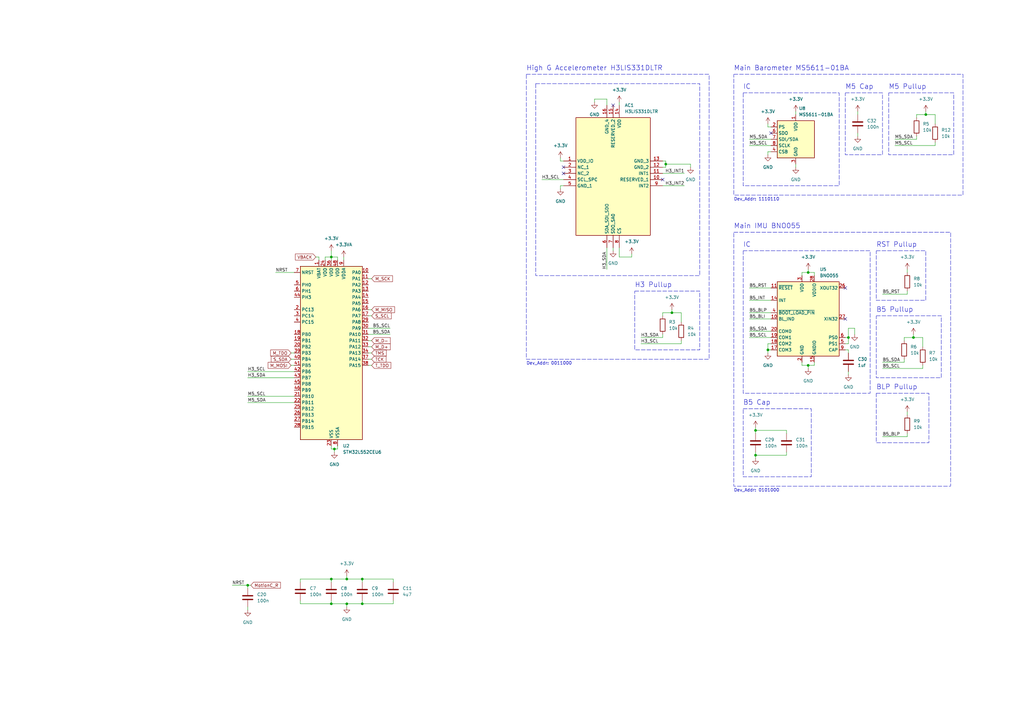
<source format=kicad_sch>
(kicad_sch (version 20230121) (generator eeschema)
  (paper "A3")
  (lib_symbols
    (symbol "Device:C" (pin_numbers hide) (pin_names (offset 0.254))
      (property "Reference" "C" (at 0.635 2.54 0))
      (property "Value" "C" (at 0.635 -2.54 0))
      (symbol "C_0_1"
        (polyline (pts (xy -2.032 -0.762) (xy 2.032 -0.762)) (stroke (width 0.508)))
        (polyline (pts (xy -2.032 0.762) (xy 2.032 0.762)) (stroke (width 0.508)))
      )
      (symbol "C_1_1"
        (pin passive line (at 0 3.81 270) (length 2.794) (name "~") (number "1"))
        (pin passive line (at 0 -3.81 90) (length 2.794) (name "~") (number "2"))
      )
    )
    (symbol "Device:R" (pin_numbers hide) (pin_names (offset 0))
      (property "Reference" "R" (at 2.032 0 90))
      (property "Value" "R" (at 0 0 90))
      (symbol "R_0_1"
        (rectangle (start -1.016 -2.54) (end 1.016 2.54) (stroke (width 0.254)))
      )
      (symbol "R_1_1"
        (pin passive line (at 0 3.81 270) (length 1.27) (name "~") (number "1"))
        (pin passive line (at 0 -3.81 90) (length 1.27) (name "~") (number "2"))
      )
    )
    (symbol "H3LIS331DLTR:H3LIS331DLTR"
      (property "Reference" "AC" (at 36.83 22.86 0))
      (property "Value" "H3LIS331DLTR" (at 36.83 20.32 0))
      (symbol "H3LIS331DLTR_1_1"
        (rectangle (start 5.08 17.78) (end 35.56 -30.48) (stroke (width 0.254)) (fill (type background)))
        (pin power_in line (at 0 0 0) (length 5.08) (name "VDD_IO") (number "1"))
        (pin passive line (at 40.64 -7.62 180) (length 5.08) (name "RESERVED_1") (number "10"))
        (pin input line (at 40.64 -5.08 180) (length 5.08) (name "INT1") (number "11"))
        (pin power_in line (at 40.64 -2.54 180) (length 5.08) (name "GND_2") (number "12"))
        (pin power_in line (at 40.64 0 180) (length 5.08) (name "GND_3") (number "13"))
        (pin power_in line (at 22.86 22.86 270) (length 5.08) (name "VDD") (number "14"))
        (pin passive line (at 20.32 22.86 270) (length 5.08) (name "RESERVED_2") (number "15"))
        (pin power_in line (at 17.78 22.86 270) (length 5.08) (name "GND_4") (number "16"))
        (pin passive line (at 0 -2.54 0) (length 5.08) (name "NC_1") (number "2"))
        (pin passive line (at 0 -5.08 0) (length 5.08) (name "NC_2") (number "3"))
        (pin passive line (at 0 -7.62 0) (length 5.08) (name "SCL_SPC") (number "4"))
        (pin power_in line (at 0 -10.16 0) (length 5.08) (name "GND_1") (number "5"))
        (pin passive line (at 17.78 -35.56 90) (length 5.08) (name "SDA_SDI_SDO") (number "6"))
        (pin passive line (at 20.32 -35.56 90) (length 5.08) (name "SDO_SA0") (number "7"))
        (pin input line (at 22.86 -35.56 90) (length 5.08) (name "CS") (number "8"))
        (pin input line (at 40.64 -10.16 180) (length 5.08) (name "INT2") (number "9"))
      )
    )
    (symbol "MCU_ST_STM32L5:STM32L552CEUx"
      (property "Reference" "U" (at -12.7 36.83 0))
      (property "Value" "STM32L552CEUx" (at 7.62 36.83 0))
      (symbol "STM32L552CEUx_0_1"
        (rectangle (start -12.7 -35.56) (end 12.7 35.56) (stroke (width 0.254)) (fill (type background)))
      )
      (symbol "STM32L552CEUx_1_1"
        (pin power_in line (at -5.08 38.1 270) (length 2.54) (name "VBAT") (number "1"))
        (pin bidirectional line (at 15.24 33.02 180) (length 2.54) (name "PA0") (number "10"))
        (pin bidirectional line (at 15.24 30.48 180) (length 2.54) (name "PA1") (number "11"))
        (pin bidirectional line (at 15.24 27.94 180) (length 2.54) (name "PA2") (number "12"))
        (pin bidirectional line (at 15.24 25.4 180) (length 2.54) (name "PA3") (number "13"))
        (pin bidirectional line (at 15.24 22.86 180) (length 2.54) (name "PA4") (number "14"))
        (pin bidirectional line (at 15.24 20.32 180) (length 2.54) (name "PA5") (number "15"))
        (pin bidirectional line (at 15.24 17.78 180) (length 2.54) (name "PA6") (number "16"))
        (pin bidirectional line (at 15.24 15.24 180) (length 2.54) (name "PA7") (number "17"))
        (pin bidirectional line (at -15.24 7.62 0) (length 2.54) (name "PB0") (number "18"))
        (pin bidirectional line (at -15.24 5.08 0) (length 2.54) (name "PB1") (number "19"))
        (pin bidirectional line (at -15.24 17.78 0) (length 2.54) (name "PC13") (number "2"))
        (pin bidirectional line (at -15.24 2.54 0) (length 2.54) (name "PB2") (number "20"))
        (pin bidirectional line (at -15.24 -17.78 0) (length 2.54) (name "PB10") (number "21"))
        (pin bidirectional line (at -15.24 -20.32 0) (length 2.54) (name "PB11") (number "22"))
        (pin power_in line (at 0 -38.1 90) (length 2.54) (name "VSS") (number "23"))
        (pin power_in line (at -2.54 38.1 270) (length 2.54) (name "VDD") (number "24"))
        (pin bidirectional line (at -15.24 -22.86 0) (length 2.54) (name "PB12") (number "25"))
        (pin bidirectional line (at -15.24 -25.4 0) (length 2.54) (name "PB13") (number "26"))
        (pin bidirectional line (at -15.24 -27.94 0) (length 2.54) (name "PB14") (number "27"))
        (pin bidirectional line (at -15.24 -30.48 0) (length 2.54) (name "PB15") (number "28"))
        (pin bidirectional line (at 15.24 12.7 180) (length 2.54) (name "PA8") (number "29"))
        (pin bidirectional line (at -15.24 15.24 0) (length 2.54) (name "PC14") (number "3"))
        (pin bidirectional line (at 15.24 10.16 180) (length 2.54) (name "PA9") (number "30"))
        (pin bidirectional line (at 15.24 7.62 180) (length 2.54) (name "PA10") (number "31"))
        (pin bidirectional line (at 15.24 5.08 180) (length 2.54) (name "PA11") (number "32"))
        (pin bidirectional line (at 15.24 2.54 180) (length 2.54) (name "PA12") (number "33"))
        (pin bidirectional line (at 15.24 0 180) (length 2.54) (name "PA13") (number "34"))
        (pin passive line (at 0 -38.1 90) (length 2.54) hide (name "VSS") (number "35"))
        (pin power_in line (at 0 38.1 270) (length 2.54) (name "VDD") (number "36"))
        (pin bidirectional line (at 15.24 -2.54 180) (length 2.54) (name "PA14") (number "37"))
        (pin bidirectional line (at 15.24 -5.08 180) (length 2.54) (name "PA15") (number "38"))
        (pin bidirectional line (at -15.24 0 0) (length 2.54) (name "PB3") (number "39"))
        (pin bidirectional line (at -15.24 12.7 0) (length 2.54) (name "PC15") (number "4"))
        (pin bidirectional line (at -15.24 -2.54 0) (length 2.54) (name "PB4") (number "40"))
        (pin bidirectional line (at -15.24 -5.08 0) (length 2.54) (name "PB5") (number "41"))
        (pin bidirectional line (at -15.24 -7.62 0) (length 2.54) (name "PB6") (number "42"))
        (pin bidirectional line (at -15.24 -10.16 0) (length 2.54) (name "PB7") (number "43"))
        (pin bidirectional line (at -15.24 22.86 0) (length 2.54) (name "PH3") (number "44"))
        (pin bidirectional line (at -15.24 -12.7 0) (length 2.54) (name "PB8") (number "45"))
        (pin bidirectional line (at -15.24 -15.24 0) (length 2.54) (name "PB9") (number "46"))
        (pin passive line (at 0 -38.1 90) (length 2.54) hide (name "VSS") (number "47"))
        (pin power_in line (at 2.54 38.1 270) (length 2.54) (name "VDD") (number "48"))
        (pin passive line (at 0 -38.1 90) (length 2.54) hide (name "VSS") (number "49"))
        (pin bidirectional line (at -15.24 27.94 0) (length 2.54) (name "PH0") (number "5"))
        (pin bidirectional line (at -15.24 25.4 0) (length 2.54) (name "PH1") (number "6"))
        (pin input line (at -15.24 33.02 0) (length 2.54) (name "NRST") (number "7"))
        (pin power_in line (at 2.54 -38.1 90) (length 2.54) (name "VSSA") (number "8"))
        (pin power_in line (at 5.08 38.1 270) (length 2.54) (name "VDDA") (number "9"))
      )
    )
    (symbol "Sensor_Motion:BNO055"
      (property "Reference" "U" (at -11.43 16.51 0))
      (property "Value" "BNO055" (at 12.7 16.51 0))
      (symbol "BNO055_0_1"
        (rectangle (start -12.7 15.24) (end 12.7 -15.24) (stroke (width 0.254)) (fill (type background)))
      )
      (symbol "BNO055_1_1"
        (pin no_connect line (at -12.7 10.16 0) (length 2.54) hide (name "PIN1") (number "1"))
        (pin output line (at -15.24 0 0) (length 2.54) (name "BL_IND") (number "10"))
        (pin input line (at -15.24 12.7 0) (length 2.54) (name "~{RESET}") (number "11"))
        (pin no_connect line (at 12.7 10.16 180) (length 2.54) hide (name "PIN12") (number "12"))
        (pin no_connect line (at 12.7 7.62 180) (length 2.54) hide (name "PIN13") (number "13"))
        (pin output line (at -15.24 7.62 0) (length 2.54) (name "INT") (number "14"))
        (pin power_in line (at 2.54 -17.78 90) (length 2.54) (name "GNDIO") (number "15"))
        (pin passive line (at 2.54 -17.78 90) (length 2.54) hide (name "GNDIO") (number "16"))
        (pin input line (at -15.24 -12.7 0) (length 2.54) (name "COM3") (number "17"))
        (pin passive line (at -15.24 -10.16 0) (length 2.54) (name "COM2") (number "18"))
        (pin bidirectional line (at -15.24 -7.62 0) (length 2.54) (name "COM1") (number "19"))
        (pin power_in line (at -2.54 -17.78 90) (length 2.54) (name "GND") (number "2"))
        (pin bidirectional line (at -15.24 -5.08 0) (length 2.54) (name "COM0") (number "20"))
        (pin no_connect line (at 12.7 5.08 180) (length 2.54) hide (name "PIN21") (number "21"))
        (pin no_connect line (at 12.7 2.54 180) (length 2.54) hide (name "PIN22") (number "22"))
        (pin no_connect line (at 12.7 -2.54 180) (length 2.54) hide (name "PIN23") (number "23"))
        (pin no_connect line (at 12.7 -5.08 180) (length 2.54) hide (name "PIN24") (number "24"))
        (pin passive line (at 2.54 -17.78 90) (length 2.54) hide (name "GNDIO") (number "25"))
        (pin output line (at 15.24 12.7 180) (length 2.54) (name "XOUT32") (number "26"))
        (pin input line (at 15.24 0 180) (length 2.54) (name "XIN32") (number "27"))
        (pin power_in line (at 2.54 17.78 270) (length 2.54) (name "VDDIO") (number "28"))
        (pin power_in line (at -2.54 17.78 270) (length 2.54) (name "VDD") (number "3"))
        (pin input line (at -15.24 2.54 0) (length 2.54) (name "~{BOOT_LOAD_PIN}") (number "4"))
        (pin input line (at 15.24 -10.16 180) (length 2.54) (name "PS1") (number "5"))
        (pin input line (at 15.24 -7.62 180) (length 2.54) (name "PS0") (number "6"))
        (pin no_connect line (at -12.7 5.08 0) (length 2.54) hide (name "PIN7") (number "7"))
        (pin no_connect line (at -12.7 -2.54 0) (length 2.54) hide (name "PIN8") (number "8"))
        (pin passive line (at 15.24 -12.7 180) (length 2.54) (name "CAP") (number "9"))
      )
    )
    (symbol "Sensor_Pressure:MS5611-01BA"
      (property "Reference" "U" (at -6.35 8.89 0))
      (property "Value" "MS5611-01BA" (at 7.62 8.89 0))
      (symbol "MS5611-01BA_0_1"
        (rectangle (start -7.62 7.62) (end 7.62 -7.62) (stroke (width 0.254)) (fill (type background)))
      )
      (symbol "MS5611-01BA_1_1"
        (pin power_in line (at 0 10.16 270) (length 2.54) (name "VDD") (number "1"))
        (pin input line (at -10.16 5.08 0) (length 2.54) (name "PS") (number "2"))
        (pin power_in line (at 0 -10.16 90) (length 2.54) (name "GND") (number "3"))
        (pin input line (at -10.16 -5.08 0) (length 2.54) (name "CSB") (number "4"))
        (pin input line (at -10.16 -5.08 0) (length 2.54) hide (name "CSB") (number "5"))
        (pin output line (at -10.16 2.54 0) (length 2.54) (name "SDO") (number "6"))
        (pin bidirectional line (at -10.16 0 0) (length 2.54) (name "SDI/SDA") (number "7"))
        (pin input line (at -10.16 -2.54 0) (length 2.54) (name "SCLK") (number "8"))
      )
    )
    (symbol "power:+3.3V" (power) (pin_names (offset 0))
      (property "Value" "+3.3V" (at 0 3.556 0))
      (symbol "+3.3V_0_1"
        (polyline (pts (xy -0.762 1.27) (xy 0 2.54)))
        (polyline (pts (xy 0 0) (xy 0 2.54)))
        (polyline (pts (xy 0 2.54) (xy 0.762 1.27)))
      )
      (symbol "+3.3V_1_1"
        (pin power_in line (at 0 0 90) (length 0) hide (name "+3.3V") (number "1"))
      )
    )
    (symbol "power:+3.3VA" (power) (pin_names (offset 0))
      (property "Value" "+3.3VA" (at 0 3.556 0))
      (symbol "+3.3VA_0_1"
        (polyline (pts (xy -0.762 1.27) (xy 0 2.54)))
        (polyline (pts (xy 0 0) (xy 0 2.54)))
        (polyline (pts (xy 0 2.54) (xy 0.762 1.27)))
      )
      (symbol "+3.3VA_1_1"
        (pin power_in line (at 0 0 90) (length 0) hide (name "+3.3VA") (number "1"))
      )
    )
    (symbol "power:GND" (power) (pin_names (offset 0))
      (property "Value" "GND" (at 0 -3.81 0))
      (symbol "GND_0_1"
        (polyline (pts (xy 0 0) (xy 0 -1.27) (xy 1.27 -1.27) (xy 0 -2.54) (xy -1.27 -1.27) (xy 0 -1.27)))
      )
      (symbol "GND_1_1"
        (pin power_in line (at 0 0 270) (length 0) hide (name "GND") (number "1"))
      )
    )
  )
  (junction (at 331.47 149.86))
  (junction (at 142.24 237.49))
  (junction (at 314.96 143.51))
  (junction (at 374.65 138.43))
  (junction (at 379.73 46.99))
  (junction (at 347.98 138.43))
  (junction (at 309.88 186.69))
  (junction (at 148.59 237.49))
  (junction (at 135.89 105.41))
  (junction (at 273.05 67.31))
  (junction (at 137.16 184.15))
  (junction (at 101.6 240.03))
  (junction (at 142.24 247.65))
  (junction (at 309.88 176.53))
  (junction (at 135.89 247.65))
  (junction (at 331.47 111.76))
  (junction (at 135.89 237.49))
  (junction (at 275.59 128.27))
  (junction (at 148.59 247.65))
  (no_connect (at 251.46 43.18))
  (no_connect (at 231.14 71.12))
  (no_connect (at 271.78 73.66))
  (no_connect (at 316.23 54.61))
  (no_connect (at 346.71 118.11))
  (no_connect (at 231.14 68.58))
  (no_connect (at 346.71 130.81))
  (wire (pts (xy 309.88 176.53) (xy 309.88 177.8)))
  (wire (pts (xy 275.59 128.27) (xy 271.78 128.27)))
  (wire (pts (xy 101.6 240.03) (xy 102.87 240.03)))
  (wire (pts (xy 374.65 137.16) (xy 374.65 138.43)))
  (wire (pts (xy 372.11 110.49) (xy 372.11 111.76)))
  (wire (pts (xy 346.71 138.43) (xy 347.98 138.43)))
  (wire (pts (xy 314.96 63.5) (xy 314.96 62.23)))
  (wire (pts (xy 331.47 149.86) (xy 334.01 149.86)))
  (wire (pts (xy 151.13 114.3) (xy 152.4 114.3)))
  (wire (pts (xy 135.89 237.49) (xy 135.89 238.76)))
  (wire (pts (xy 334.01 113.03) (xy 334.01 111.76)))
  (wire (pts (xy 309.88 176.53) (xy 322.58 176.53)))
  (wire (pts (xy 229.87 77.47) (xy 229.87 76.2)))
  (wire (pts (xy 346.71 143.51) (xy 347.98 143.51)))
  (wire (pts (xy 101.6 154.94) (xy 120.65 154.94)))
  (wire (pts (xy 130.81 105.41) (xy 130.81 106.68)))
  (wire (pts (xy 231.14 66.04) (xy 229.87 66.04)))
  (wire (pts (xy 383.54 46.99) (xy 379.73 46.99)))
  (wire (pts (xy 314.96 62.23) (xy 316.23 62.23)))
  (wire (pts (xy 101.6 162.56) (xy 120.65 162.56)))
  (wire (pts (xy 279.4 140.97) (xy 279.4 139.7)))
  (wire (pts (xy 142.24 247.65) (xy 142.24 248.92)))
  (wire (pts (xy 254 101.6) (xy 254 105.41)))
  (wire (pts (xy 161.29 238.76) (xy 161.29 237.49)))
  (wire (pts (xy 273.05 67.31) (xy 273.05 68.58)))
  (wire (pts (xy 137.16 184.15) (xy 137.16 185.42)))
  (wire (pts (xy 361.95 148.59) (xy 370.84 148.59)))
  (wire (pts (xy 375.92 46.99) (xy 375.92 48.26)))
  (wire (pts (xy 326.39 45.72) (xy 326.39 46.99)))
  (wire (pts (xy 328.93 149.86) (xy 331.47 149.86)))
  (wire (pts (xy 283.21 67.31) (xy 283.21 68.58)))
  (wire (pts (xy 347.98 138.43) (xy 347.98 140.97)))
  (wire (pts (xy 271.78 76.2) (xy 280.67 76.2)))
  (wire (pts (xy 347.98 134.62) (xy 347.98 138.43)))
  (wire (pts (xy 229.87 66.04) (xy 229.87 64.77)))
  (wire (pts (xy 113.03 111.76) (xy 120.65 111.76)))
  (wire (pts (xy 361.95 179.07) (xy 372.11 179.07)))
  (wire (pts (xy 307.34 138.43) (xy 316.23 138.43)))
  (wire (pts (xy 372.11 120.65) (xy 372.11 119.38)))
  (wire (pts (xy 151.13 127) (xy 152.4 127)))
  (wire (pts (xy 151.13 142.24) (xy 152.4 142.24)))
  (wire (pts (xy 307.34 130.81) (xy 316.23 130.81)))
  (wire (pts (xy 135.89 182.88) (xy 135.89 184.15)))
  (wire (pts (xy 271.78 66.04) (xy 273.05 66.04)))
  (wire (pts (xy 133.35 105.41) (xy 135.89 105.41)))
  (wire (pts (xy 372.11 168.91) (xy 372.11 170.18)))
  (wire (pts (xy 129.54 105.41) (xy 130.81 105.41)))
  (wire (pts (xy 314.96 52.07) (xy 314.96 50.8)))
  (wire (pts (xy 248.92 43.18) (xy 248.92 40.64)))
  (wire (pts (xy 119.38 144.78) (xy 120.65 144.78)))
  (wire (pts (xy 123.19 247.65) (xy 135.89 247.65)))
  (wire (pts (xy 383.54 50.8) (xy 383.54 46.99)))
  (wire (pts (xy 135.89 237.49) (xy 142.24 237.49)))
  (wire (pts (xy 307.34 118.11) (xy 316.23 118.11)))
  (wire (pts (xy 347.98 152.4) (xy 347.98 153.67)))
  (wire (pts (xy 279.4 132.08) (xy 279.4 128.27)))
  (wire (pts (xy 309.88 185.42) (xy 309.88 186.69)))
  (wire (pts (xy 361.95 120.65) (xy 372.11 120.65)))
  (wire (pts (xy 314.96 140.97) (xy 314.96 143.51)))
  (wire (pts (xy 271.78 128.27) (xy 271.78 129.54)))
  (wire (pts (xy 309.88 175.26) (xy 309.88 176.53)))
  (wire (pts (xy 248.92 40.64) (xy 243.84 40.64)))
  (wire (pts (xy 262.89 138.43) (xy 271.78 138.43)))
  (wire (pts (xy 262.89 140.97) (xy 279.4 140.97)))
  (wire (pts (xy 322.58 177.8) (xy 322.58 176.53)))
  (wire (pts (xy 314.96 143.51) (xy 314.96 144.78)))
  (wire (pts (xy 229.87 76.2) (xy 231.14 76.2)))
  (wire (pts (xy 138.43 106.68) (xy 138.43 105.41)))
  (wire (pts (xy 361.95 151.13) (xy 378.46 151.13)))
  (wire (pts (xy 378.46 151.13) (xy 378.46 149.86)))
  (wire (pts (xy 151.13 139.7) (xy 152.4 139.7)))
  (wire (pts (xy 271.78 71.12) (xy 280.67 71.12)))
  (wire (pts (xy 346.71 140.97) (xy 347.98 140.97)))
  (wire (pts (xy 367.03 57.15) (xy 375.92 57.15)))
  (wire (pts (xy 367.03 59.69) (xy 383.54 59.69)))
  (wire (pts (xy 101.6 248.92) (xy 101.6 250.19)))
  (wire (pts (xy 378.46 138.43) (xy 374.65 138.43)))
  (wire (pts (xy 161.29 246.38) (xy 161.29 247.65)))
  (wire (pts (xy 275.59 127) (xy 275.59 128.27)))
  (wire (pts (xy 101.6 152.4) (xy 120.65 152.4)))
  (wire (pts (xy 148.59 237.49) (xy 148.59 238.76)))
  (wire (pts (xy 135.89 105.41) (xy 135.89 106.68)))
  (wire (pts (xy 151.13 129.54) (xy 152.4 129.54)))
  (wire (pts (xy 374.65 138.43) (xy 370.84 138.43)))
  (wire (pts (xy 316.23 52.07) (xy 314.96 52.07)))
  (wire (pts (xy 334.01 148.59) (xy 334.01 149.86)))
  (wire (pts (xy 347.98 144.78) (xy 347.98 143.51)))
  (wire (pts (xy 316.23 143.51) (xy 314.96 143.51)))
  (wire (pts (xy 307.34 59.69) (xy 316.23 59.69)))
  (wire (pts (xy 351.79 54.61) (xy 351.79 55.88)))
  (wire (pts (xy 351.79 45.72) (xy 351.79 46.99)))
  (wire (pts (xy 283.21 67.31) (xy 273.05 67.31)))
  (wire (pts (xy 101.6 165.1) (xy 120.65 165.1)))
  (wire (pts (xy 119.38 149.86) (xy 120.65 149.86)))
  (wire (pts (xy 326.39 67.31) (xy 326.39 68.58)))
  (wire (pts (xy 135.89 247.65) (xy 142.24 247.65)))
  (wire (pts (xy 248.92 101.6) (xy 248.92 110.49)))
  (wire (pts (xy 140.97 105.41) (xy 140.97 106.68)))
  (wire (pts (xy 334.01 111.76) (xy 331.47 111.76)))
  (wire (pts (xy 138.43 184.15) (xy 138.43 182.88)))
  (wire (pts (xy 135.89 237.49) (xy 123.19 237.49)))
  (wire (pts (xy 307.34 128.27) (xy 316.23 128.27)))
  (wire (pts (xy 375.92 55.88) (xy 375.92 57.15)))
  (wire (pts (xy 350.52 134.62) (xy 350.52 137.16)))
  (wire (pts (xy 142.24 247.65) (xy 148.59 247.65)))
  (wire (pts (xy 148.59 247.65) (xy 148.59 246.38)))
  (wire (pts (xy 135.89 102.87) (xy 135.89 105.41)))
  (wire (pts (xy 101.6 240.03) (xy 95.25 240.03)))
  (wire (pts (xy 151.13 147.32) (xy 152.4 147.32)))
  (wire (pts (xy 142.24 236.22) (xy 142.24 237.49)))
  (wire (pts (xy 307.34 123.19) (xy 316.23 123.19)))
  (wire (pts (xy 331.47 110.49) (xy 331.47 111.76)))
  (wire (pts (xy 271.78 68.58) (xy 273.05 68.58)))
  (wire (pts (xy 243.84 40.64) (xy 243.84 41.91)))
  (wire (pts (xy 347.98 134.62) (xy 350.52 134.62)))
  (wire (pts (xy 370.84 147.32) (xy 370.84 148.59)))
  (wire (pts (xy 137.16 184.15) (xy 135.89 184.15)))
  (wire (pts (xy 259.08 105.41) (xy 259.08 104.14)))
  (wire (pts (xy 135.89 246.38) (xy 135.89 247.65)))
  (wire (pts (xy 331.47 111.76) (xy 328.93 111.76)))
  (wire (pts (xy 307.34 135.89) (xy 316.23 135.89)))
  (wire (pts (xy 379.73 46.99) (xy 375.92 46.99)))
  (wire (pts (xy 307.34 57.15) (xy 316.23 57.15)))
  (wire (pts (xy 254 105.41) (xy 259.08 105.41)))
  (wire (pts (xy 379.73 45.72) (xy 379.73 46.99)))
  (wire (pts (xy 254 41.91) (xy 254 43.18)))
  (wire (pts (xy 151.13 149.86) (xy 152.4 149.86)))
  (wire (pts (xy 378.46 142.24) (xy 378.46 138.43)))
  (wire (pts (xy 161.29 247.65) (xy 148.59 247.65)))
  (wire (pts (xy 222.25 73.66) (xy 231.14 73.66)))
  (wire (pts (xy 138.43 105.41) (xy 135.89 105.41)))
  (wire (pts (xy 273.05 67.31) (xy 273.05 66.04)))
  (wire (pts (xy 328.93 148.59) (xy 328.93 149.86)))
  (wire (pts (xy 383.54 59.69) (xy 383.54 58.42)))
  (wire (pts (xy 151.13 144.78) (xy 152.4 144.78)))
  (wire (pts (xy 151.13 134.62) (xy 160.02 134.62)))
  (wire (pts (xy 309.88 187.96) (xy 309.88 186.69)))
  (wire (pts (xy 271.78 137.16) (xy 271.78 138.43)))
  (wire (pts (xy 119.38 147.32) (xy 120.65 147.32)))
  (wire (pts (xy 316.23 140.97) (xy 314.96 140.97)))
  (wire (pts (xy 142.24 237.49) (xy 148.59 237.49)))
  (wire (pts (xy 309.88 186.69) (xy 322.58 186.69)))
  (wire (pts (xy 161.29 237.49) (xy 148.59 237.49)))
  (wire (pts (xy 328.93 111.76) (xy 328.93 113.03)))
  (wire (pts (xy 331.47 149.86) (xy 331.47 151.13)))
  (wire (pts (xy 151.13 137.16) (xy 160.02 137.16)))
  (wire (pts (xy 251.46 101.6) (xy 251.46 102.87)))
  (wire (pts (xy 123.19 246.38) (xy 123.19 247.65)))
  (wire (pts (xy 123.19 238.76) (xy 123.19 237.49)))
  (wire (pts (xy 279.4 128.27) (xy 275.59 128.27)))
  (wire (pts (xy 137.16 184.15) (xy 138.43 184.15)))
  (wire (pts (xy 322.58 185.42) (xy 322.58 186.69)))
  (wire (pts (xy 101.6 241.3) (xy 101.6 240.03)))
  (wire (pts (xy 370.84 138.43) (xy 370.84 139.7)))
  (wire (pts (xy 133.35 105.41) (xy 133.35 106.68)))
  (wire (pts (xy 372.11 179.07) (xy 372.11 177.8)))
  (rectangle (start 359.41 102.87) (end 379.73 123.19) (stroke (width 0) (type dash)))
  (rectangle (start 359.41 129.54) (end 386.08 154.94) (stroke (width 0) (type dash)))
  (rectangle (start 300.99 30.48) (end 394.97 80.01) (stroke (width 0) (type dash)))
  (rectangle (start 304.8 102.87) (end 356.87 161.29) (stroke (width 0) (type dash)))
  (rectangle (start 260.35 119.38) (end 287.02 143.51) (stroke (width 0) (type dash)))
  (rectangle (start 359.41 161.29) (end 381 181.61) (stroke (width 0) (type dash)))
  (rectangle (start 300.99 95.25) (end 389.89 199.39) (stroke (width 0) (type dash)))
  (rectangle (start 215.9 30.48) (end 290.83 147.32) (stroke (width 0) (type dash)))
  (rectangle (start 219.71 34.29) (end 287.02 113.03) (stroke (width 0) (type dash)))
  (rectangle (start 304.8 167.64) (end 332.74 195.58) (stroke (width 0) (type dash)))
  (rectangle (start 364.49 38.1) (end 391.16 63.5) (stroke (width 0) (type dash)))
  (rectangle (start 304.8 38.1) (end 344.17 76.2) (stroke (width 0) (type dash)))
  (rectangle (start 346.71 38.1) (end 361.95 63.5) (stroke (width 0) (type dash)))
  (text "H3 Pullup" (at 260.35 118.11 0) (effects (font (size 2 2)) (justify left bottom)))
  (text "Main Barometer MS5611-01BA\n" (at 300.99 29.21 0) (effects (font (size 2 2)) (justify left bottom)))
  (text "M5 Pullup" (at 364.49 36.83 0) (effects (font (size 2 2)) (justify left bottom)))
  (text "BLP Pullup" (at 359.41 160.02 0) (effects (font (size 2 2)) (justify left bottom)))
  (text "Dev_Addr: 0101000" (at 300.99 201.93 0) (effects (font (size 1.27 1.27)) (justify left bottom)))
  (text "RST Pullup" (at 359.41 101.6 0) (effects (font (size 2 2)) (justify left bottom)))
  (text "IC" (at 304.8 36.83 0) (effects (font (size 2 2)) (justify left bottom)))
  (text "B5 Cap" (at 304.8 166.37 0) (effects (font (size 2 2)) (justify left bottom)))
  (text "M5 Cap" (at 346.71 36.83 0) (effects (font (size 2 2)) (justify left bottom)))
  (text "Main IMU BNO055" (at 300.99 93.98 0) (effects (font (size 2 2)) (justify left bottom)))
  (text "IC" (at 304.8 101.6 0) (effects (font (size 2 2)) (justify left bottom)))
  (text "B5 Pullup" (at 359.41 128.27 0) (effects (font (size 2 2)) (justify left bottom)))
  (text "Dev_Addr: 0011000" (at 215.9 149.86 0) (effects (font (size 1.27 1.27)) (justify left bottom)))
  (text "High G Accelerometer H3LIS331DLTR" (at 215.9 29.21 0) (effects (font (size 2 2)) (justify left bottom)))
  (text "Dev_Addr: 1110110" (at 300.99 82.55 0) (effects (font (size 1.27 1.27)) (justify left bottom)))
  (label "B5_SCL" (at 160.02 134.62 180))
  (label "B5_BLP" (at 307.34 128.27 0))
  (label "B5_RST" (at 361.95 120.65 0))
  (label "M5_SCL" (at 307.34 59.69 0))
  (label "M5_SCL" (at 101.6 162.56 0))
  (label "M5_SDA" (at 101.6 165.1 0))
  (label "H3_SDA" (at 262.89 138.43 0))
  (label "H3_SDA" (at 248.92 110.49 90))
  (label "B5_SDA" (at 361.95 148.59 0))
  (label "B5_SDA" (at 307.34 135.89 0))
  (label "H3_SCL" (at 222.25 73.66 0))
  (label "M5_SDA" (at 307.34 57.15 0))
  (label "NRST" (at 95.25 240.03 0))
  (label "B5_SCL" (at 361.95 151.13 0))
  (label "B5_RST" (at 307.34 118.11 0))
  (label "H3_INT1" (at 280.67 71.12 180))
  (label "H3_SCL" (at 262.89 140.97 0))
  (label "H3_INT2" (at 280.67 76.2 180))
  (label "B5_BLI" (at 307.34 130.81 0))
  (label "H3_SDA" (at 101.6 154.94 0))
  (label "NRST" (at 113.03 111.76 0))
  (label "B5_BLP" (at 361.95 179.07 0))
  (label "M5_SCL" (at 367.03 59.69 0))
  (label "B5_SCL" (at 307.34 138.43 0))
  (label "B5_SDA" (at 160.02 137.16 180))
  (label "B5_INT" (at 307.34 123.19 0))
  (label "M5_SDA" (at 367.03 57.15 0))
  (label "H3_SCL" (at 101.6 152.4 0))
  (global_label "M_MOSI" (shape input) (at 119.38 149.86 180) (property "Intersheetrefs" "${INTERSHEET_REFS}" (effects hide)))
  (global_label "MotionC_R" (shape input) (at 102.87 240.03 0) (property "Intersheetrefs" "${INTERSHEET_REFS}" (effects hide)))
  (global_label "TCK" (shape input) (at 152.4 147.32 0) (property "Intersheetrefs" "${INTERSHEET_REFS}" (effects hide)))
  (global_label "T_TDO" (shape input) (at 152.4 149.86 0) (property "Intersheetrefs" "${INTERSHEET_REFS}" (effects hide)))
  (global_label "M_D+" (shape input) (at 152.4 142.24 0) (property "Intersheetrefs" "${INTERSHEET_REFS}" (effects hide)))
  (global_label "S_SCL" (shape input) (at 152.4 129.54 0) (property "Intersheetrefs" "${INTERSHEET_REFS}" (effects hide)))
  (global_label "S_SDA" (shape input) (at 119.38 147.32 180) (property "Intersheetrefs" "${INTERSHEET_REFS}" (effects hide)))
  (global_label "M_D-" (shape input) (at 152.4 139.7 0) (property "Intersheetrefs" "${INTERSHEET_REFS}" (effects hide)))
  (global_label "M_SCK" (shape input) (at 152.4 114.3 0) (property "Intersheetrefs" "${INTERSHEET_REFS}" (effects hide)))
  (global_label "TMS" (shape input) (at 152.4 144.78 0) (property "Intersheetrefs" "${INTERSHEET_REFS}" (effects hide)))
  (global_label "M_MISO" (shape input) (at 152.4 127 0) (property "Intersheetrefs" "${INTERSHEET_REFS}" (effects hide)))
  (global_label "M_TDO" (shape input) (at 119.38 144.78 180) (property "Intersheetrefs" "${INTERSHEET_REFS}" (effects hide)))
  (global_label "VBACK" (shape input) (at 129.54 105.41 180) (property "Intersheetrefs" "${INTERSHEET_REFS}" (effects hide)))
  (symbol (lib_id "Device:R") (at 279.4 135.89 0) (unit 1)
    (property "Reference" "R4" (at 281.94 134.62 0) (effects (justify left)))
    (property "Value" "10k" (at 281.94 137.16 0) (effects (justify left)))
  )
  (symbol (lib_id "power:GND") (at 351.79 55.88 0) (unit 1)
    (property "Reference" "#PWR057" (effects hide))
    (property "Value" "GND" (at 351.79 60.96 0))
  )
  (symbol (lib_id "power:GND") (at 142.24 248.92 0) (unit 1)
    (property "Reference" "#PWR020" (effects hide))
    (property "Value" "GND" (at 142.24 254 0))
  )
  (symbol (lib_id "power:GND") (at 251.46 102.87 0) (unit 1)
    (property "Reference" "#PWR062" (effects hide))
    (property "Value" "GND" (at 251.46 107.95 0))
  )
  (symbol (lib_id "power:+3.3V") (at 372.11 110.49 0) (unit 1)
    (property "Reference" "#PWR053" (effects hide))
    (property "Value" "+3.3V" (at 372.11 105.41 0))
  )
  (symbol (lib_id "Device:C") (at 347.98 148.59 0) (unit 1)
    (property "Reference" "C30" (at 351.79 147.32 0) (effects (justify left)))
    (property "Value" "1uf" (at 351.79 149.86 0) (effects (justify left)))
  )
  (symbol (lib_id "H3LIS331DLTR:H3LIS331DLTR") (at 231.14 66.04 0) (unit 1)
    (property "Reference" "AC1" (at 256.1941 43.18 0) (effects (justify left)))
    (property "Value" "H3LIS331DLTR" (at 256.1941 45.72 0) (effects (justify left)))
    (property "Footprint" "LIS3DHTR" (effects hide))
    (property "Datasheet" "http://www.st.com/st-web-ui/static/active/en/resource/technical/document/datasheet/DM00053090.pdf" (effects hide))
    (property "Height" "1" (effects hide))
    (property "Manufacturer_Name" "STMicroelectronics" (effects hide))
    (property "Manufacturer_Part_Number" "H3LIS331DLTR" (effects hide))
    (property "Mouser Part Number" "511-H3LIS331DLTR" (effects hide))
    (property "Mouser Price/Stock" "https://www.mouser.co.uk/ProductDetail/STMicroelectronics/H3LIS331DLTR?qs=TAo1I7FhABsAZFqkqNUSRA%3D%3D" (effects hide))
    (property "Arrow Part Number" "H3LIS331DLTR" (effects hide))
    (property "Arrow Price/Stock" "https://www.arrow.com/en/products/h3lis331dltr/stmicroelectronics?region=nac" (effects hide))
  )
  (symbol (lib_id "power:+3.3V") (at 309.88 175.26 0) (unit 1)
    (property "Reference" "#PWR047" (effects hide))
    (property "Value" "+3.3V" (at 309.88 170.18 0))
  )
  (symbol (lib_id "power:GND") (at 350.52 137.16 0) (unit 1)
    (property "Reference" "#PWR051" (effects hide))
    (property "Value" "GND" (at 350.52 142.24 0))
  )
  (symbol (lib_id "power:+3.3V") (at 379.73 45.72 0) (unit 1)
    (property "Reference" "#PWR044" (effects hide))
    (property "Value" "+3.3V" (at 379.73 40.64 0))
  )
  (symbol (lib_id "Device:R") (at 383.54 54.61 0) (unit 1)
    (property "Reference" "R12" (at 386.08 53.34 0) (effects (justify left)))
    (property "Value" "10k" (at 386.08 55.88 0) (effects (justify left)))
  )
  (symbol (lib_id "power:+3.3V") (at 314.96 50.8 0) (unit 1)
    (property "Reference" "#PWR055" (effects hide))
    (property "Value" "+3.3V" (at 314.96 45.72 0))
  )
  (symbol (lib_id "Device:R") (at 375.92 52.07 0) (unit 1)
    (property "Reference" "R5" (at 378.46 50.8 0) (effects (justify left)))
    (property "Value" "10k" (at 378.46 53.34 0) (effects (justify left)))
  )
  (symbol (lib_id "Sensor_Motion:BNO055") (at 331.47 130.81 0) (unit 1)
    (property "Reference" "U5" (at 336.2041 110.49 0) (effects (justify left)))
    (property "Value" "BNO055" (at 336.2041 113.03 0) (effects (justify left)))
    (property "Footprint" "Package_LGA:LGA-28_5.2x3.8mm_P0.5mm" (effects hide))
    (property "Datasheet" "https://www.bosch-sensortec.com/media/boschsensortec/downloads/datasheets/bst-bno055-ds000.pdf" (effects hide))
  )
  (symbol (lib_id "Device:R") (at 370.84 143.51 0) (unit 1)
    (property "Reference" "R6" (at 373.38 142.24 0) (effects (justify left)))
    (property "Value" "10k" (at 373.38 144.78 0) (effects (justify left)))
  )
  (symbol (lib_id "power:+3.3V") (at 331.47 110.49 0) (unit 1)
    (property "Reference" "#PWR046" (effects hide))
    (property "Value" "+3.3V" (at 331.47 105.41 0))
  )
  (symbol (lib_id "Device:R") (at 372.11 115.57 0) (unit 1)
    (property "Reference" "R8" (at 374.65 114.3 0) (effects (justify left)))
    (property "Value" "10k" (at 374.65 116.84 0) (effects (justify left)))
  )
  (symbol (lib_id "power:+3.3V") (at 142.24 236.22 0) (unit 1)
    (property "Reference" "#PWR015" (effects hide))
    (property "Value" "+3.3V" (at 142.24 231.14 0))
  )
  (symbol (lib_id "Device:C") (at 161.29 242.57 0) (unit 1)
    (property "Reference" "C11" (at 165.1 241.3 0) (effects (justify left)))
    (property "Value" "4u7" (at 165.1 243.84 0) (effects (justify left)))
  )
  (symbol (lib_id "power:GND") (at 229.87 77.47 0) (unit 1)
    (property "Reference" "#PWR023" (effects hide))
    (property "Value" "GND" (at 229.87 82.55 0))
  )
  (symbol (lib_id "power:+3.3V") (at 372.11 168.91 0) (unit 1)
    (property "Reference" "#PWR054" (effects hide))
    (property "Value" "+3.3V" (at 372.11 163.83 0))
  )
  (symbol (lib_id "Device:R") (at 271.78 133.35 0) (unit 1)
    (property "Reference" "R3" (at 274.32 132.08 0) (effects (justify left)))
    (property "Value" "10k" (at 274.32 134.62 0) (effects (justify left)))
  )
  (symbol (lib_id "power:GND") (at 243.84 41.91 0) (unit 1)
    (property "Reference" "#PWR026" (effects hide))
    (property "Value" "GND" (at 243.84 46.99 0))
  )
  (symbol (lib_id "power:+3.3V") (at 374.65 137.16 0) (unit 1)
    (property "Reference" "#PWR052" (effects hide))
    (property "Value" "+3.3V" (at 374.65 132.08 0))
  )
  (symbol (lib_id "power:GND") (at 137.16 185.42 0) (unit 1)
    (property "Reference" "#PWR02" (effects hide))
    (property "Value" "GND" (at 137.16 190.5 0))
  )
  (symbol (lib_id "power:GND") (at 314.96 144.78 0) (unit 1)
    (property "Reference" "#PWR049" (effects hide))
    (property "Value" "GND" (at 314.96 149.86 0))
  )
  (symbol (lib_id "power:+3.3V") (at 254 41.91 0) (unit 1)
    (property "Reference" "#PWR060" (effects hide))
    (property "Value" "+3.3V" (at 254 36.83 0))
  )
  (symbol (lib_id "Device:C") (at 123.19 242.57 0) (unit 1)
    (property "Reference" "C7" (at 127 241.3 0) (effects (justify left)))
    (property "Value" "100n" (at 127 243.84 0) (effects (justify left)))
  )
  (symbol (lib_id "Device:R") (at 372.11 173.99 0) (unit 1)
    (property "Reference" "R9" (at 374.65 172.72 0) (effects (justify left)))
    (property "Value" "10k" (at 374.65 175.26 0) (effects (justify left)))
  )
  (symbol (lib_id "power:+3.3V") (at 351.79 45.72 0) (unit 1)
    (property "Reference" "#PWR056" (effects hide))
    (property "Value" "+3.3V" (at 351.79 40.64 0))
  )
  (symbol (lib_id "Device:C") (at 148.59 242.57 0) (unit 1)
    (property "Reference" "C9" (at 152.4 241.3 0) (effects (justify left)))
    (property "Value" "100n" (at 152.4 243.84 0) (effects (justify left)))
  )
  (symbol (lib_id "Device:C") (at 309.88 181.61 0) (unit 1)
    (property "Reference" "C29" (at 313.69 180.34 0) (effects (justify left)))
    (property "Value" "100n" (at 313.69 182.88 0) (effects (justify left)))
  )
  (symbol (lib_id "power:+3.3VA") (at 140.97 105.41 0) (unit 1)
    (property "Reference" "#PWR017" (effects hide))
    (property "Value" "+3.3VA" (at 140.97 100.33 0))
  )
  (symbol (lib_id "power:+3.3V") (at 229.87 64.77 0) (unit 1)
    (property "Reference" "#PWR061" (effects hide))
    (property "Value" "+3.3V" (at 229.87 59.69 0))
  )
  (symbol (lib_id "power:+3.3V") (at 259.08 104.14 0) (unit 1)
    (property "Reference" "#PWR059" (effects hide))
    (property "Value" "+3.3V" (at 259.08 99.06 0))
  )
  (symbol (lib_id "Sensor_Pressure:MS5611-01BA") (at 326.39 57.15 0) (unit 1)
    (property "Reference" "U8" (at 327.66 44.45 0) (effects (justify left)))
    (property "Value" "MS5611-01BA" (at 327.66 46.99 0) (effects (justify left)))
    (property "Footprint" "Package_LGA:LGA-8_3x5mm_P1.25mm" (effects hide))
    (property "Datasheet" "https://www.te.com/commerce/DocumentDelivery/DDEController?Action=srchrtrv&DocNm=MS5611-01BA03&DocType=Data+Sheet&DocLang=English" (effects hide))
  )
  (symbol (lib_id "power:GND") (at 326.39 68.58 0) (unit 1)
    (property "Reference" "#PWR027" (effects hide))
    (property "Value" "GND" (at 326.39 73.66 0))
  )
  (symbol (lib_id "Device:C") (at 322.58 181.61 0) (unit 1)
    (property "Reference" "C31" (at 326.39 180.34 0) (effects (justify left)))
    (property "Value" "100n" (at 326.39 182.88 0) (effects (justify left)))
  )
  (symbol (lib_id "power:GND") (at 101.6 250.19 0) (unit 1)
    (property "Reference" "#PWR032" (effects hide))
    (property "Value" "GND" (at 101.6 255.27 0))
  )
  (symbol (lib_id "MCU_ST_STM32L5:STM32L552CEUx") (at 135.89 144.78 0) (unit 1)
    (property "Reference" "U2" (at 140.6241 182.88 0) (effects (justify left)))
    (property "Value" "STM32L552CEU6" (at 140.6241 185.42 0) (effects (justify left)))
    (property "Footprint" "Package_DFN_QFN:QFN-48-1EP_7x7mm_P0.5mm_EP5.6x5.6mm" (effects hide))
    (property "Datasheet" "https://www.st.com/resource/en/datasheet/stm32l552ce.pdf" (effects hide))
  )
  (symbol (lib_id "power:+3.3V") (at 275.59 127 0) (unit 1)
    (property "Reference" "#PWR043" (effects hide))
    (property "Value" "+3.3V" (at 275.59 121.92 0))
  )
  (symbol (lib_id "power:GND") (at 309.88 187.96 0) (unit 1)
    (property "Reference" "#PWR048" (effects hide))
    (property "Value" "GND" (at 309.88 193.04 0))
  )
  (symbol (lib_id "power:+3.3V") (at 135.89 102.87 0) (unit 1)
    (property "Reference" "#PWR018" (effects hide))
    (property "Value" "+3.3V" (at 135.89 97.79 0))
  )
  (symbol (lib_id "power:GND") (at 283.21 68.58 0) (unit 1)
    (property "Reference" "#PWR025" (effects hide))
    (property "Value" "GND" (at 283.21 73.66 0))
  )
  (symbol (lib_id "Device:C") (at 101.6 245.11 0) (unit 1)
    (property "Reference" "C20" (at 105.41 243.84 0) (effects (justify left)))
    (property "Value" "100n" (at 105.41 246.38 0) (effects (justify left)))
  )
  (symbol (lib_id "power:GND") (at 347.98 153.67 0) (unit 1)
    (property "Reference" "#PWR050" (effects hide))
    (property "Value" "GND" (at 347.98 158.75 0))
  )
  (symbol (lib_id "Device:C") (at 351.79 50.8 0) (unit 1)
    (property "Reference" "C32" (at 355.6 49.53 0) (effects (justify left)))
    (property "Value" "100n" (at 355.6 52.07 0) (effects (justify left)))
  )
  (symbol (lib_id "power:GND") (at 331.47 151.13 0) (unit 1)
    (property "Reference" "#PWR045" (effects hide))
    (property "Value" "GND" (at 331.47 156.21 0))
  )
  (symbol (lib_id "Device:R") (at 378.46 146.05 0) (unit 1)
    (property "Reference" "R7" (at 381 144.78 0) (effects (justify left)))
    (property "Value" "10k" (at 381 147.32 0) (effects (justify left)))
  )
  (symbol (lib_id "power:GND") (at 314.96 63.5 0) (unit 1)
    (property "Reference" "#PWR058" (effects hide))
    (property "Value" "GND" (at 314.96 68.58 0))
  )
  (symbol (lib_id "power:+3.3V") (at 326.39 45.72 0) (unit 1)
    (property "Reference" "#PWR028" (effects hide))
    (property "Value" "+3.3V" (at 326.39 40.64 0))
  )
  (symbol (lib_id "Device:C") (at 135.89 242.57 0) (unit 1)
    (property "Reference" "C8" (at 139.7 241.3 0) (effects (justify left)))
    (property "Value" "100n" (at 139.7 243.84 0) (effects (justify left)))
  )
)
</source>
